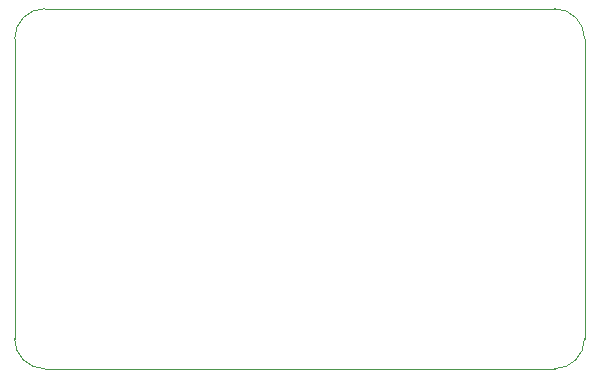
<source format=gbr>
G04 #@! TF.GenerationSoftware,KiCad,Pcbnew,(5.1.6)-1*
G04 #@! TF.CreationDate,2020-06-13T18:42:55+01:00*
G04 #@! TF.ProjectId,ST4Adapter_v2,53543441-6461-4707-9465-725f76322e6b,rev?*
G04 #@! TF.SameCoordinates,Original*
G04 #@! TF.FileFunction,Profile,NP*
%FSLAX46Y46*%
G04 Gerber Fmt 4.6, Leading zero omitted, Abs format (unit mm)*
G04 Created by KiCad (PCBNEW (5.1.6)-1) date 2020-06-13 18:42:55*
%MOMM*%
%LPD*%
G01*
G04 APERTURE LIST*
G04 #@! TA.AperFunction,Profile*
%ADD10C,0.050000*%
G04 #@! TD*
G04 APERTURE END LIST*
D10*
X180340000Y-107950000D02*
G75*
G02*
X177800000Y-110490000I-2540000J0D01*
G01*
X177800000Y-80010000D02*
G75*
G02*
X180340000Y-82550000I0J-2540000D01*
G01*
X134620000Y-110490000D02*
G75*
G02*
X132080000Y-107950000I0J2540000D01*
G01*
X132080000Y-107950000D02*
X132080000Y-95250000D01*
X177800000Y-110490000D02*
X134620000Y-110490000D01*
X180340000Y-95250000D02*
X180340000Y-107950000D01*
X132080000Y-82550000D02*
G75*
G02*
X134620000Y-80010000I2540000J0D01*
G01*
X180340000Y-82550000D02*
X180340000Y-95250000D01*
X134620000Y-80010000D02*
X177800000Y-80010000D01*
X132080000Y-95250000D02*
X132080000Y-82550000D01*
M02*

</source>
